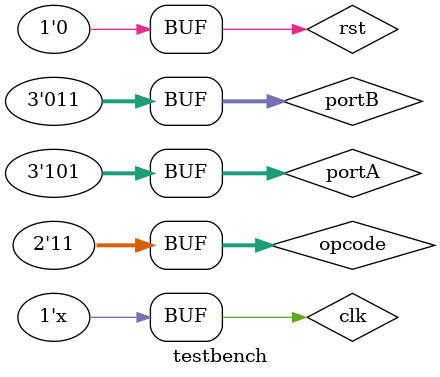
<source format=v>
`timescale 1ns / 1ps


module testbench;

	// Inputs
	reg [2:0] portA;
	reg [2:0] portB;
	reg [1:0] opcode;
	reg clk;
	reg rst;

	// Outputs
	wire [0:6] sseg;
	wire an;

	// Instantiate the Unit Under Test (UUT)
	alu uut (
		.portA(portA), 
		.portB(portB), 
		.opcode(opcode), 
		.sseg(sseg), 
		.an(an), 
		.clk(clk), 
		.rst(rst)
	);


	initial begin
		// Initialize Inputs
		opcode = 0;
		clk = 0;
		rst = 1;
		portA=5;
		portB=3;
		
		// Wait 100 ns for global reset to finish
		#10;
        
		rst = 0;
		// Add stimulus here
		
		#50 opcode = 0;
		
		#50 opcode = 1;
		
		#50 opcode = 2;
		
		#50 opcode = 3;
		
	end
   
	always #1 clk = ~clk;
      
endmodule


</source>
